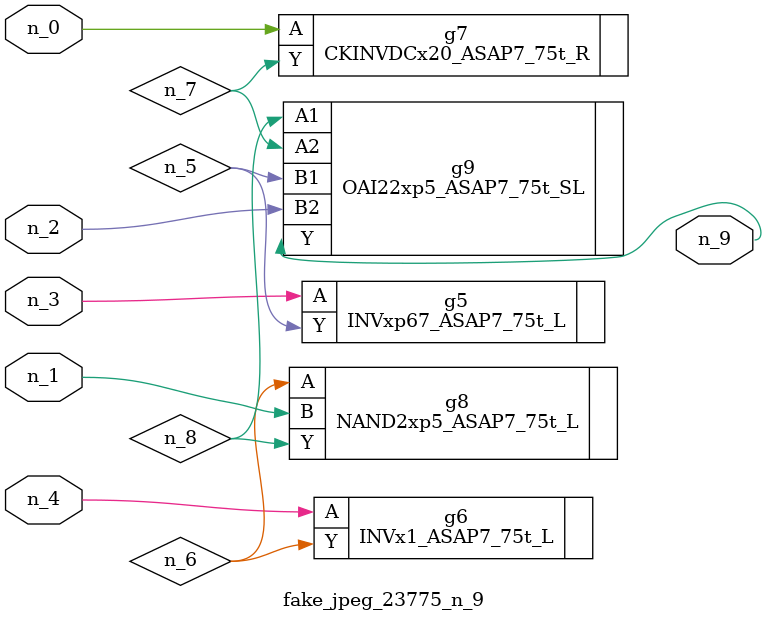
<source format=v>
module fake_jpeg_23775_n_9 (n_3, n_2, n_1, n_0, n_4, n_9);

input n_3;
input n_2;
input n_1;
input n_0;
input n_4;

output n_9;

wire n_8;
wire n_6;
wire n_5;
wire n_7;

INVxp67_ASAP7_75t_L g5 ( 
.A(n_3),
.Y(n_5)
);

INVx1_ASAP7_75t_L g6 ( 
.A(n_4),
.Y(n_6)
);

CKINVDCx20_ASAP7_75t_R g7 ( 
.A(n_0),
.Y(n_7)
);

NAND2xp5_ASAP7_75t_L g8 ( 
.A(n_6),
.B(n_1),
.Y(n_8)
);

OAI22xp5_ASAP7_75t_SL g9 ( 
.A1(n_8),
.A2(n_7),
.B1(n_5),
.B2(n_2),
.Y(n_9)
);


endmodule
</source>
